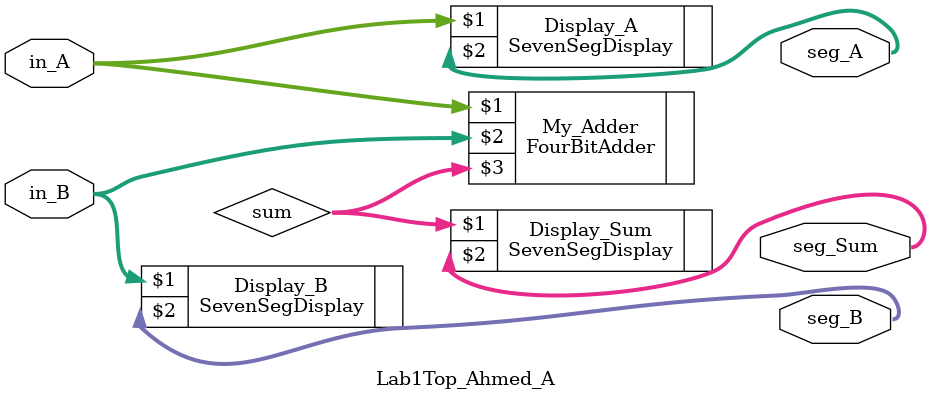
<source format=v>

module Lab1Top_Ahmed_A(in_A,in_B,seg_A,seg_B,seg_Sum);
	input[3:0] in_A,in_B;

	output[6:0] seg_A, seg_B, seg_Sum;
	wire[3:0] sum;

	SevenSegDisplay Display_A(in_A, seg_A);
	SevenSegDisplay Display_B(in_B, seg_B);
	FourBitAdder My_Adder(in_A,in_B,sum);
	SevenSegDisplay Display_Sum(sum, seg_Sum);

endmodule

</source>
